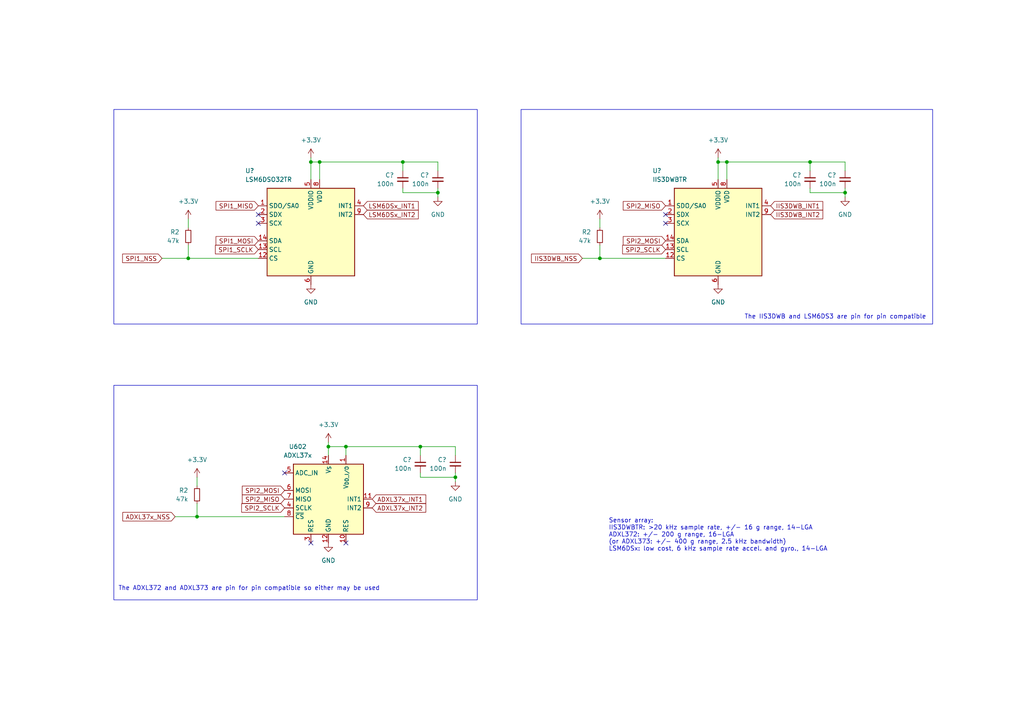
<source format=kicad_sch>
(kicad_sch (version 20231120) (generator "eeschema") (generator_version "8.0")
  (paper "A4")
  (lib_symbols
    (symbol "Device:C_Small" (pin_numbers hide) (pin_names (offset 0.254) hide)
      (property "Reference" "C" (at 0.254 1.778 0))
      (property "Value" "C_Small" (at 0.254 -2.032 0))
      (symbol "C_Small_0_1"
        (polyline (pts (xy -1.524 -0.508) (xy 1.524 -0.508)) (stroke (width 0.3302)))
        (polyline (pts (xy -1.524 0.508) (xy 1.524 0.508)) (stroke (width 0.3048)))
      )
      (symbol "C_Small_1_1"
        (pin passive line (at 0 2.54 270) (length 2.032) (name "~") (number "1"))
        (pin passive line (at 0 -2.54 90) (length 2.032) (name "~") (number "2"))
      )
    )
    (symbol "Device:R_Small" (pin_numbers hide) (pin_names (offset 0.254) hide)
      (property "Reference" "R" (at 0.762 0.508 0))
      (property "Value" "R_Small" (at 0.762 -1.016 0))
      (symbol "R_Small_0_1"
        (rectangle (start -0.762 1.778) (end 0.762 -1.778) (stroke (width 0.2032)))
      )
      (symbol "R_Small_1_1"
        (pin passive line (at 0 2.54 270) (length 0.762) (name "~") (number "1"))
        (pin passive line (at 0 -2.54 90) (length 0.762) (name "~") (number "2"))
      )
    )
    (symbol "Sensor_Motion:ADXL363"
      (property "Reference" "U" (at -8.89 11.43 0))
      (property "Value" "ADXL363" (at 6.35 11.43 0))
      (symbol "ADXL363_0_1"
        (rectangle (start -10.16 10.16) (end 10.16 -10.16) (stroke (width 0.254)) (fill (type background)))
      )
      (symbol "ADXL363_1_1"
        (pin power_in line (at 5.08 12.7 270) (length 2.54) (name "V_{DD_I/O}") (number "1"))
        (pin passive line (at 5.08 -12.7 90) (length 2.54) (name "RES") (number "10"))
        (pin output line (at 12.7 0 180) (length 2.54) (name "INT1") (number "11"))
        (pin power_in line (at 0 -12.7 90) (length 2.54) (name "GND") (number "12"))
        (pin passive line (at 0 -12.7 90) (length 2.54) hide (name "GND") (number "13"))
        (pin power_in line (at 0 12.7 270) (length 2.54) (name "V_{S}") (number "14"))
        (pin passive line (at 0 -12.7 90) (length 2.54) hide (name "GND") (number "16"))
        (pin passive line (at -5.08 -12.7 90) (length 2.54) (name "RES") (number "3"))
        (pin input line (at -12.7 -2.54 0) (length 2.54) (name "SCLK") (number "4"))
        (pin input line (at -12.7 7.62 0) (length 2.54) (name "ADC_IN") (number "5"))
        (pin input line (at -12.7 2.54 0) (length 2.54) (name "MOSI") (number "6"))
        (pin output line (at -12.7 0 0) (length 2.54) (name "MISO") (number "7"))
        (pin input line (at -12.7 -5.08 0) (length 2.54) (name "~{CS}") (number "8"))
        (pin output line (at 12.7 -2.54 180) (length 2.54) (name "INT2") (number "9"))
      )
    )
    (symbol "Sensor_Motion:LSM6DS3"
      (property "Reference" "U" (at -11.43 15.24 0))
      (property "Value" "LSM6DS3" (at -11.43 12.7 0))
      (symbol "LSM6DS3_0_1"
        (rectangle (start -12.7 12.7) (end 12.7 -12.7) (stroke (width 0.254)) (fill (type background)))
      )
      (symbol "LSM6DS3_1_1"
        (pin bidirectional line (at -15.24 7.62 0) (length 2.54) (name "SDO/SA0") (number "1"))
        (pin no_connect line (at 12.7 -5.08 180) (length 3.81) hide (name "NC") (number "10"))
        (pin no_connect line (at 12.7 -2.54 180) (length 3.81) hide (name "NC") (number "11"))
        (pin input line (at -15.24 -7.62 0) (length 2.54) (name "CS") (number "12"))
        (pin input line (at -15.24 -5.08 0) (length 2.54) (name "SCL") (number "13"))
        (pin bidirectional line (at -15.24 -2.54 0) (length 2.54) (name "SDA") (number "14"))
        (pin bidirectional line (at -15.24 5.08 0) (length 2.54) (name "SDX") (number "2"))
        (pin input line (at -15.24 2.54 0) (length 2.54) (name "SCX") (number "3"))
        (pin output line (at 15.24 7.62 180) (length 2.54) (name "INT1") (number "4"))
        (pin power_in line (at 0 15.24 270) (length 2.54) (name "VDDIO") (number "5"))
        (pin power_in line (at 0 -15.24 90) (length 2.54) (name "GND") (number "6"))
        (pin passive line (at 0 -15.24 90) (length 2.54) hide (name "GND") (number "7"))
        (pin power_in line (at 2.54 15.24 270) (length 2.54) (name "VDD") (number "8"))
        (pin output line (at 15.24 5.08 180) (length 2.54) (name "INT2") (number "9"))
      )
    )
    (symbol "power:+3.3V" (power) (pin_names (offset 0))
      (property "Value" "+3.3V" (at 0 3.556 0))
      (symbol "+3.3V_0_1"
        (polyline (pts (xy -0.762 1.27) (xy 0 2.54)))
        (polyline (pts (xy 0 0) (xy 0 2.54)))
        (polyline (pts (xy 0 2.54) (xy 0.762 1.27)))
      )
      (symbol "+3.3V_1_1"
        (pin power_in line (at 0 0 90) (length 0) hide (name "+3.3V") (number "1"))
      )
    )
    (symbol "power:GND" (power) (pin_names (offset 0))
      (property "Value" "GND" (at 0 -3.81 0))
      (symbol "GND_0_1"
        (polyline (pts (xy 0 0) (xy 0 -1.27) (xy 1.27 -1.27) (xy 0 -2.54) (xy -1.27 -1.27) (xy 0 -1.27)))
      )
      (symbol "GND_1_1"
        (pin power_in line (at 0 0 270) (length 0) hide (name "GND") (number "1"))
      )
    )
  )
  (junction (at 95.25 129.54))
  (junction (at 121.92 129.54))
  (junction (at 54.61 74.93))
  (junction (at 100.33 129.54))
  (junction (at 127 55.88))
  (junction (at 173.99 74.93))
  (junction (at 116.84 46.99))
  (junction (at 245.11 55.88))
  (junction (at 132.08 138.43))
  (junction (at 57.15 149.86))
  (junction (at 208.28 46.99))
  (junction (at 234.95 46.99))
  (junction (at 90.17 46.99))
  (junction (at 210.82 46.99))
  (junction (at 92.71 46.99))
  (no_connect (at 74.93 62.23))
  (no_connect (at 193.04 64.77))
  (no_connect (at 74.93 64.77))
  (no_connect (at 82.55 137.16))
  (no_connect (at 193.04 62.23))
  (no_connect (at 100.33 157.48))
  (no_connect (at 90.17 157.48))
  (wire (pts (xy 208.28 45.72) (xy 208.28 46.99)))
  (wire (pts (xy 95.25 129.54) (xy 100.33 129.54)))
  (wire (pts (xy 95.25 128.27) (xy 95.25 129.54)))
  (wire (pts (xy 116.84 54.61) (xy 116.84 55.88)))
  (wire (pts (xy 121.92 129.54) (xy 121.92 132.08)))
  (wire (pts (xy 100.33 129.54) (xy 100.33 132.08)))
  (wire (pts (xy 132.08 138.43) (xy 132.08 139.7)))
  (wire (pts (xy 54.61 71.12) (xy 54.61 74.93)))
  (wire (pts (xy 132.08 137.16) (xy 132.08 138.43)))
  (wire (pts (xy 234.95 46.99) (xy 245.11 46.99)))
  (wire (pts (xy 121.92 137.16) (xy 121.92 138.43)))
  (wire (pts (xy 127 54.61) (xy 127 55.88)))
  (wire (pts (xy 121.92 129.54) (xy 132.08 129.54)))
  (wire (pts (xy 208.28 46.99) (xy 208.28 52.07)))
  (wire (pts (xy 50.8 149.86) (xy 57.15 149.86)))
  (wire (pts (xy 210.82 46.99) (xy 208.28 46.99)))
  (wire (pts (xy 116.84 55.88) (xy 127 55.88)))
  (wire (pts (xy 210.82 52.07) (xy 210.82 46.99)))
  (wire (pts (xy 116.84 46.99) (xy 127 46.99)))
  (wire (pts (xy 90.17 45.72) (xy 90.17 46.99)))
  (wire (pts (xy 127 46.99) (xy 127 49.53)))
  (wire (pts (xy 57.15 146.05) (xy 57.15 149.86)))
  (wire (pts (xy 95.25 129.54) (xy 95.25 132.08)))
  (wire (pts (xy 46.99 74.93) (xy 54.61 74.93)))
  (wire (pts (xy 54.61 74.93) (xy 74.93 74.93)))
  (wire (pts (xy 210.82 46.99) (xy 234.95 46.99)))
  (wire (pts (xy 127 55.88) (xy 127 57.15)))
  (wire (pts (xy 54.61 63.5) (xy 54.61 66.04)))
  (wire (pts (xy 92.71 52.07) (xy 92.71 46.99)))
  (wire (pts (xy 132.08 129.54) (xy 132.08 132.08)))
  (wire (pts (xy 57.15 149.86) (xy 82.55 149.86)))
  (wire (pts (xy 173.99 63.5) (xy 173.99 66.04)))
  (wire (pts (xy 245.11 54.61) (xy 245.11 55.88)))
  (wire (pts (xy 234.95 46.99) (xy 234.95 49.53)))
  (wire (pts (xy 234.95 55.88) (xy 245.11 55.88)))
  (wire (pts (xy 90.17 46.99) (xy 90.17 52.07)))
  (wire (pts (xy 168.91 74.93) (xy 173.99 74.93)))
  (wire (pts (xy 245.11 55.88) (xy 245.11 57.15)))
  (wire (pts (xy 245.11 46.99) (xy 245.11 49.53)))
  (wire (pts (xy 173.99 71.12) (xy 173.99 74.93)))
  (wire (pts (xy 100.33 129.54) (xy 121.92 129.54)))
  (wire (pts (xy 173.99 74.93) (xy 193.04 74.93)))
  (wire (pts (xy 121.92 138.43) (xy 132.08 138.43)))
  (wire (pts (xy 234.95 54.61) (xy 234.95 55.88)))
  (wire (pts (xy 92.71 46.99) (xy 90.17 46.99)))
  (wire (pts (xy 92.71 46.99) (xy 116.84 46.99)))
  (wire (pts (xy 57.15 138.43) (xy 57.15 140.97)))
  (wire (pts (xy 116.84 46.99) (xy 116.84 49.53)))
  (rectangle (start 151.13 31.75) (end 270.51 93.98))
  (rectangle (start 33.02 111.76) (end 138.43 173.99))
  (rectangle (start 33.02 31.75) (end 138.43 93.98))
  (text "The IIS3DWB and LSM6DS3 are pin for pin compatible" (at 215.9 92.71 0) (effects (font (size 1.27 1.27)) (justify left bottom)))
  (text "The ADXL372 and ADXL373 are pin for pin compatible so either may be used" (at 34.29 171.45 0) (effects (font (size 1.27 1.27)) (justify left bottom)))
  (text "Sensor array:\nIIS3DWBTR: >20 kHz sample rate, +/- 16 g range, 14-LGA\nADXL372: +/- 200 g range, 16-LGA\n(or ADXL373: +/- 400 g range, 2.5 kHz bandwidth)\nLSM6DSx: low cost, 6 kHz sample rate accel. and gyro., 14-LGA" (at 176.53 160.02 0) (effects (font (size 1.27 1.27)) (justify left bottom)))
  (global_label "SPI2_MISO" (shape input) (at 193.04 59.69 180) (property "Intersheetrefs" "${INTERSHEET_REFS}" (effects (hide yes))))
  (global_label "SPI2_MOSI" (shape input) (at 82.55 142.24 180) (property "Intersheetrefs" "${INTERSHEET_REFS}" (effects (hide yes))))
  (global_label "SPI2_SCLK" (shape input) (at 193.04 72.39 180) (property "Intersheetrefs" "${INTERSHEET_REFS}" (effects (hide yes))))
  (global_label "IIS3DWB_NSS" (shape input) (at 168.91 74.93 180) (property "Intersheetrefs" "${INTERSHEET_REFS}" (effects (hide yes))))
  (global_label "SPI1_SCLK" (shape input) (at 74.93 72.39 180) (property "Intersheetrefs" "${INTERSHEET_REFS}" (effects (hide yes))))
  (global_label "ADXL37x_INT2" (shape input) (at 107.95 147.32 0) (property "Intersheetrefs" "${INTERSHEET_REFS}" (effects (hide yes))))
  (global_label "SPI1_MISO" (shape input) (at 74.93 59.69 180) (property "Intersheetrefs" "${INTERSHEET_REFS}" (effects (hide yes))))
  (global_label "SPI2_MOSI" (shape input) (at 193.04 69.85 180) (property "Intersheetrefs" "${INTERSHEET_REFS}" (effects (hide yes))))
  (global_label "LSM6DSx_INT1" (shape input) (at 105.41 59.69 0) (property "Intersheetrefs" "${INTERSHEET_REFS}" (effects (hide yes))))
  (global_label "SPI1_MOSI" (shape input) (at 74.93 69.85 180) (property "Intersheetrefs" "${INTERSHEET_REFS}" (effects (hide yes))))
  (global_label "LSM6DSx_INT2" (shape input) (at 105.41 62.23 0) (property "Intersheetrefs" "${INTERSHEET_REFS}" (effects (hide yes))))
  (global_label "SPI1_NSS" (shape input) (at 46.99 74.93 180) (property "Intersheetrefs" "${INTERSHEET_REFS}" (effects (hide yes))))
  (global_label "ADXL37x_NSS" (shape input) (at 50.8 149.86 180) (property "Intersheetrefs" "${INTERSHEET_REFS}" (effects (hide yes))))
  (global_label "IIS3DWB_INT2" (shape input) (at 223.52 62.23 0) (property "Intersheetrefs" "${INTERSHEET_REFS}" (effects (hide yes))))
  (global_label "ADXL37x_INT1" (shape input) (at 107.95 144.78 0) (property "Intersheetrefs" "${INTERSHEET_REFS}" (effects (hide yes))))
  (global_label "SPI2_MISO" (shape input) (at 82.55 144.78 180) (property "Intersheetrefs" "${INTERSHEET_REFS}" (effects (hide yes))))
  (global_label "IIS3DWB_INT1" (shape input) (at 223.52 59.69 0) (property "Intersheetrefs" "${INTERSHEET_REFS}" (effects (hide yes))))
  (global_label "SPI2_SCLK" (shape input) (at 82.55 147.32 180) (property "Intersheetrefs" "${INTERSHEET_REFS}" (effects (hide yes))))
  (symbol (lib_id "power:+3.3V") (at 54.61 63.5 0) (unit 1)
    (property "Reference" "#PWR040" (effects (hide yes)))
    (property "Value" "+3.3V" (at 54.61 58.42 0))
    (instances (project "CloverIMU_REV2" (path "" (reference "#PWR040") (unit 1)) (path "" (reference "#PWR0601") (unit 1))))
  )
  (symbol (lib_id "power:GND") (at 127 57.15 0) (unit 1)
    (property "Reference" "#PWR041" (effects (hide yes)))
    (property "Value" "GND" (at 127 62.23 0))
    (instances (project "CloverIMU_REV2" (path "" (reference "#PWR041") (unit 1)) (path "" (reference "#PWR0607") (unit 1))))
  )
  (symbol (lib_id "Device:C_Small") (at 234.95 52.07 0) (mirror y) (unit 1)
    (property "Reference" "C?" (at 232.41 50.8 0) (effects (justify left)))
    (property "Value" "100n" (at 232.41 53.34 0) (effects (justify left)))
    (property "Footprint" "Capacitor_SMD:C_0402_1005Metric" (effects (hide yes)))
    (property "LCSC" "C1525" (effects (hide yes)))
    (instances (project "CloverIMU_REV2" (path "" (reference "C?") (unit 1)) (path "" (reference "C605") (unit 1))))
  )
  (symbol (lib_id "Device:C_Small") (at 127 52.07 0) (mirror y) (unit 1)
    (property "Reference" "C?" (at 124.46 50.8 0) (effects (justify left)))
    (property "Value" "100n" (at 124.46 53.34 0) (effects (justify left)))
    (property "Footprint" "Capacitor_SMD:C_0402_1005Metric" (effects (hide yes)))
    (property "LCSC" "C1525" (effects (hide yes)))
    (instances (project "CloverIMU_REV2" (path "" (reference "C?") (unit 1)) (path "" (reference "C603") (unit 1))))
  )
  (symbol (lib_id "power:GND") (at 132.08 139.7 0) (unit 1)
    (property "Reference" "#PWR0608" (effects (hide yes)))
    (property "Value" "GND" (at 132.08 144.78 0))
  )
  (symbol (lib_id "Device:C_Small") (at 132.08 134.62 0) (mirror y) (unit 1)
    (property "Reference" "C?" (at 129.54 133.35 0) (effects (justify left)))
    (property "Value" "100n" (at 129.54 135.89 0) (effects (justify left)))
    (property "Footprint" "Capacitor_SMD:C_0402_1005Metric" (effects (hide yes)))
    (property "LCSC" "C1525" (effects (hide yes)))
    (instances (project "CloverIMU_REV2" (path "" (reference "C?") (unit 1)) (path "" (reference "C604") (unit 1))))
  )
  (symbol (lib_id "Sensor_Motion:ADXL363") (at 95.25 144.78 0) (unit 1)
    (property "Reference" "U602" (at 86.36 129.54 0))
    (property "Value" "ADXL37x" (at 86.36 132.08 0))
    (property "Footprint" "Sensor_Motion:Analog_LGA-16_3.25x3mm_P0.5mm_LayoutBorder3x5y" (effects (hide yes)))
    (property "Datasheet" "https://wmsc.lcsc.com/wmsc/upload/file/pdf/v2/lcsc/2403031300_Analog-Devices-ADXL373BCCZ-RL7_C3216386.pdf" (effects (hide yes)))
    (property "LCSC" "C3216386" (effects (hide yes)))
  )
  (symbol (lib_id "Sensor_Motion:LSM6DS3") (at 90.17 67.31 0) (unit 1)
    (property "Reference" "U?" (at 71.12 49.53 0) (effects (justify left)))
    (property "Value" "LSM6DSO32TR" (at 71.12 52.07 0) (effects (justify left)))
    (property "Footprint" "Package_LGA:LGA-14_3x2.5mm_P0.5mm_LayoutBorder3x4y" (effects (hide yes)))
    (property "Datasheet" "https://www.st.com/resource/en/datasheet/lsm6ds3tr-c.pdf" (effects (hide yes)))
    (property "LCSC" "C1864162" (effects (hide yes)))
    (instances (project "CloverIMU_REV2" (path "" (reference "U?") (unit 1)) (path "" (reference "U601") (unit 1))))
  )
  (symbol (lib_id "Device:C_Small") (at 245.11 52.07 0) (mirror y) (unit 1)
    (property "Reference" "C?" (at 242.57 50.8 0) (effects (justify left)))
    (property "Value" "100n" (at 242.57 53.34 0) (effects (justify left)))
    (property "Footprint" "Capacitor_SMD:C_0402_1005Metric" (effects (hide yes)))
    (property "LCSC" "C1525" (effects (hide yes)))
    (instances (project "CloverIMU_REV2" (path "" (reference "C?") (unit 1)) (path "" (reference "C606") (unit 1))))
  )
  (symbol (lib_id "power:+3.3V") (at 208.28 45.72 0) (unit 1)
    (property "Reference" "#PWR040" (effects (hide yes)))
    (property "Value" "+3.3V" (at 208.28 40.64 0))
    (instances (project "CloverIMU_REV2" (path "" (reference "#PWR040") (unit 1)) (path "" (reference "#PWR0610") (unit 1))))
  )
  (symbol (lib_id "power:GND") (at 90.17 82.55 0) (unit 1)
    (property "Reference" "#PWR039" (effects (hide yes)))
    (property "Value" "GND" (at 90.17 87.63 0))
    (instances (project "CloverIMU_REV2" (path "" (reference "#PWR039") (unit 1)) (path "" (reference "#PWR0604") (unit 1))))
  )
  (symbol (lib_id "power:+3.3V") (at 173.99 63.5 0) (unit 1)
    (property "Reference" "#PWR040" (effects (hide yes)))
    (property "Value" "+3.3V" (at 173.99 58.42 0))
    (instances (project "CloverIMU_REV2" (path "" (reference "#PWR040") (unit 1)) (path "" (reference "#PWR0609") (unit 1))))
  )
  (symbol (lib_id "Device:R_Small") (at 57.15 143.51 0) (mirror y) (unit 1)
    (property "Reference" "R2" (at 54.61 142.24 0) (effects (justify left)))
    (property "Value" "47k" (at 54.61 144.78 0) (effects (justify left)))
    (property "Footprint" "Resistor_SMD:R_0402_1005Metric" (effects (hide yes)))
    (property "LCSC" "C25792" (effects (hide yes)))
    (instances (project "CloverIMU_REV2" (path "" (reference "R2") (unit 1)) (path "" (reference "R502") (unit 1)) (path "" (reference "R602") (unit 1))))
  )
  (symbol (lib_id "power:+3.3V") (at 90.17 45.72 0) (unit 1)
    (property "Reference" "#PWR040" (effects (hide yes)))
    (property "Value" "+3.3V" (at 90.17 40.64 0))
    (instances (project "CloverIMU_REV2" (path "" (reference "#PWR040") (unit 1)) (path "" (reference "#PWR0603") (unit 1))))
  )
  (symbol (lib_id "Device:C_Small") (at 121.92 134.62 0) (mirror y) (unit 1)
    (property "Reference" "C?" (at 119.38 133.35 0) (effects (justify left)))
    (property "Value" "100n" (at 119.38 135.89 0) (effects (justify left)))
    (property "Footprint" "Capacitor_SMD:C_0402_1005Metric" (effects (hide yes)))
    (property "LCSC" "C1525" (effects (hide yes)))
    (instances (project "CloverIMU_REV2" (path "" (reference "C?") (unit 1)) (path "" (reference "C602") (unit 1))))
  )
  (symbol (lib_id "power:+3.3V") (at 57.15 138.43 0) (unit 1)
    (property "Reference" "#PWR040" (effects (hide yes)))
    (property "Value" "+3.3V" (at 57.15 133.35 0))
    (instances (project "CloverIMU_REV2" (path "" (reference "#PWR040") (unit 1)) (path "" (reference "#PWR0602") (unit 1))))
  )
  (symbol (lib_id "Device:C_Small") (at 116.84 52.07 0) (mirror y) (unit 1)
    (property "Reference" "C?" (at 114.3 50.8 0) (effects (justify left)))
    (property "Value" "100n" (at 114.3 53.34 0) (effects (justify left)))
    (property "Footprint" "Capacitor_SMD:C_0402_1005Metric" (effects (hide yes)))
    (property "LCSC" "C1525" (effects (hide yes)))
    (instances (project "CloverIMU_REV2" (path "" (reference "C?") (unit 1)) (path "" (reference "C601") (unit 1))))
  )
  (symbol (lib_id "power:GND") (at 245.11 57.15 0) (unit 1)
    (property "Reference" "#PWR041" (effects (hide yes)))
    (property "Value" "GND" (at 245.11 62.23 0))
    (instances (project "CloverIMU_REV2" (path "" (reference "#PWR041") (unit 1)) (path "" (reference "#PWR0612") (unit 1))))
  )
  (symbol (lib_id "Device:R_Small") (at 173.99 68.58 0) (mirror y) (unit 1)
    (property "Reference" "R2" (at 171.45 67.31 0) (effects (justify left)))
    (property "Value" "47k" (at 171.45 69.85 0) (effects (justify left)))
    (property "Footprint" "Resistor_SMD:R_0402_1005Metric" (effects (hide yes)))
    (property "LCSC" "C25792" (effects (hide yes)))
    (instances (project "CloverIMU_REV2" (path "" (reference "R2") (unit 1)) (path "" (reference "R502") (unit 1)) (path "" (reference "R603") (unit 1))))
  )
  (symbol (lib_id "power:GND") (at 95.25 157.48 0) (unit 1)
    (property "Reference" "#PWR0606" (effects (hide yes)))
    (property "Value" "GND" (at 95.25 162.56 0))
  )
  (symbol (lib_id "Sensor_Motion:LSM6DS3") (at 208.28 67.31 0) (unit 1)
    (property "Reference" "U?" (at 189.23 49.53 0) (effects (justify left)))
    (property "Value" "IIS3DWBTR" (at 189.23 52.07 0) (effects (justify left)))
    (property "Footprint" "Package_LGA:LGA-14_3x2.5mm_P0.5mm_LayoutBorder3x4y" (effects (hide yes)))
    (property "Datasheet" "https://www.st.com/content/ccc/resource/technical/document/datasheet/group3/14/0e/2b/1d/77/d0/46/f6/DM00501492/files/DM00501492.pdf/jcr:content/translations/en.DM00501492.pdf" (effects (hide yes)))
    (property "LCSC" "C717702" (effects (hide yes)))
    (instances (project "CloverIMU_REV2" (path "" (reference "U?") (unit 1)) (path "" (reference "U603") (unit 1))))
  )
  (symbol (lib_id "Device:R_Small") (at 54.61 68.58 0) (mirror y) (unit 1)
    (property "Reference" "R2" (at 52.07 67.31 0) (effects (justify left)))
    (property "Value" "47k" (at 52.07 69.85 0) (effects (justify left)))
    (property "Footprint" "Resistor_SMD:R_0402_1005Metric" (effects (hide yes)))
    (property "LCSC" "C25792" (effects (hide yes)))
    (instances (project "CloverIMU_REV2" (path "" (reference "R2") (unit 1)) (path "" (reference "R502") (unit 1)) (path "" (reference "R601") (unit 1))))
  )
  (symbol (lib_id "power:GND") (at 208.28 82.55 0) (unit 1)
    (property "Reference" "#PWR039" (effects (hide yes)))
    (property "Value" "GND" (at 208.28 87.63 0))
    (instances (project "CloverIMU_REV2" (path "" (reference "#PWR039") (unit 1)) (path "" (reference "#PWR0611") (unit 1))))
  )
  (symbol (lib_id "power:+3.3V") (at 95.25 128.27 0) (unit 1)
    (property "Reference" "#PWR040" (effects (hide yes)))
    (property "Value" "+3.3V" (at 95.25 123.19 0))
    (instances (project "CloverIMU_REV2" (path "" (reference "#PWR040") (unit 1)) (path "" (reference "#PWR0605") (unit 1))))
  )
)
</source>
